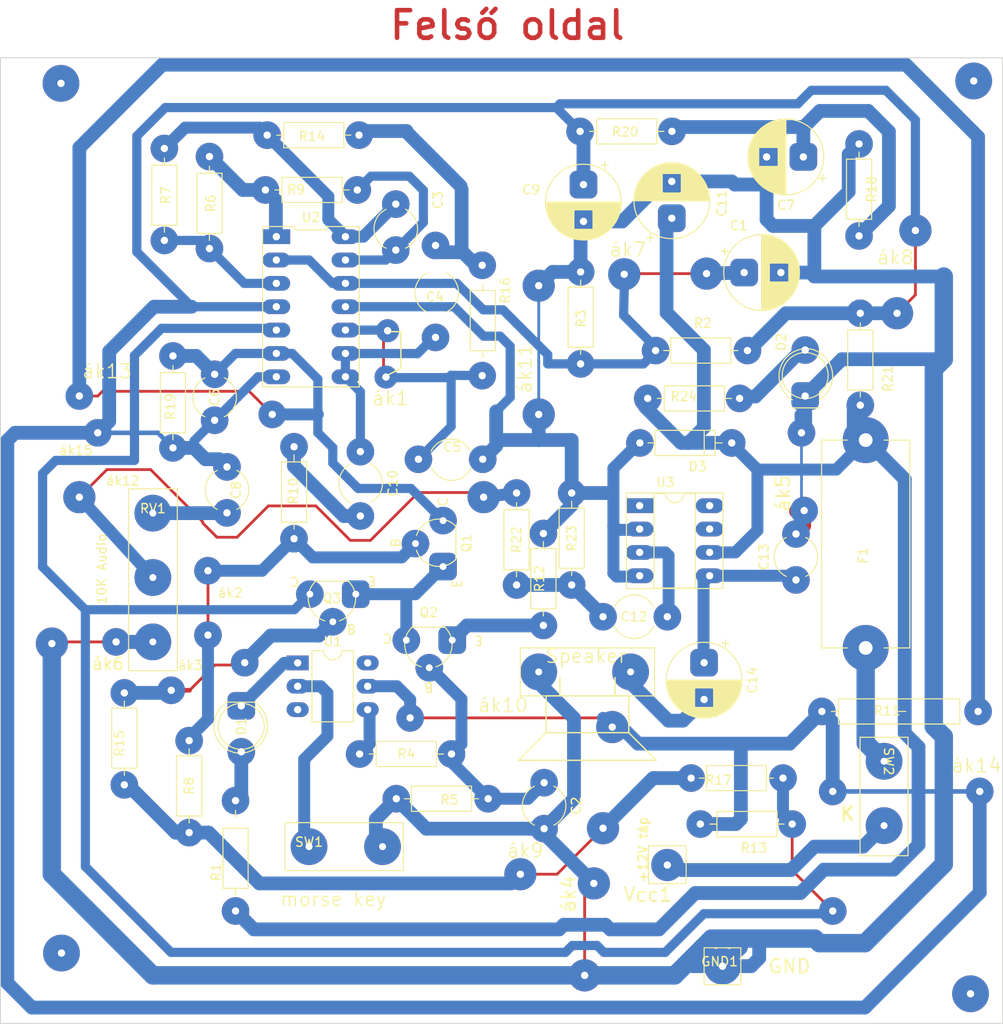
<source format=kicad_pcb>
(kicad_pcb (version 20221018) (generator pcbnew)
  (title_block (title "Sidetone-morse-voice-generator") (date "2024-02-06") (rev "0"))
  (layers (0 "F.Cu" signal) (31 "B.Cu" signal) (34 "B.Paste" user) (35 "F.Paste" user) (36 "B.SilkS" user "B.Silkscreen") (37 "F.SilkS" user "F.Silkscreen") (38 "B.Mask" user) (39 "F.Mask" user) (44 "Edge.Cuts" user))
  (net 0 "")
  (net 1 "Net-(C3-Pad1)")
  (net 2 "Net-(U2D--)")
  (net 3 "Net-(U2C--)")
  (net 4 "Net-(C4-Pad2)")
  (net 5 "Net-(U2C-+)")
  (net 6 "Net-(C7-Pad1)")
  (net 7 "Net-(C10-Pad2)")
  (net 8 "Net-(C12-Pad1)")
  (net 9 "Net-(U3-+)")
  (net 10 "Net-(C13-Pad1)")
  (net 11 "Net-(4-8ohm1-Pad1)")
  (net 12 "Net-(SW2A-A)")
  (net 13 "Net-(Q1-E)")
  (net 14 "Net-(Q2-E)")
  (net 15 "Net-(D1-A)")
  (net 16 "Net-(R4-Pad1)")
  (net 17 "Net-(R6-Pad1)")
  (net 18 "Net-(U2A-+)")
  (net 19 "Net-(D2-A)")
  (net 20 "Net-(D1-K)")
  (net 21 "Net-(SW1A-A)")
  (net 27 "Net-(D3-K)")
  (footprint "000_Other_Device:Kapcsolo_Pad_Group_2Pin_P7mm" (layer "F.Cu") (at 204.359747 118.765435 -90)
    (fp_text reference "SW2")
    (fp_text value "On/off")
  )
  (footprint "000_Capacitor:C_Radial_Ceramic_D4.5mm_P5.00mm" (layer "F.Cu") (at 167.359747 121.095435 -90)
    (fp_text reference "C2")
    (fp_text value "20nF")
  )
  (footprint "000_Capacitor:C_Radial_Ceramic_D4.5mm_P5.00mm" (layer "F.Cu") (at 131.498524 76.683678 -90)
    (fp_text reference "C6")
    (fp_text value "10nF")
  )
  (footprint "000_Resistor:R_Axial_L6.3mm_D2.5mm_P10.0mm_Horizontal" (layer "F.Cu") (at 164.359747 89.595435 -90)
    (fp_text reference "R22")
    (fp_text value "15K")
  )
  (footprint "000_IC:DIP-14_LM324" (layer "F.Cu") (at 141.973908 69.338062 -90)
    (fp_text reference "U2")
    (fp_text value "LM324")
  )
  (footprint "000_Diode:LED_D5.0mm_P5.0_Clear" (layer "F.Cu") (at 195.772149 79.048053 90)
    (fp_text reference "D2")
    (fp_text value "Power (Green)")
  )
  (footprint "000_Capacitor:C_Radial_Ceramic_D4.5mm_P5.00mm" (layer "F.Cu") (at 147.359747 85.095435 -90)
    (fp_text reference "C10")
    (fp_text value "100nF")
  )
  (footprint "000_Capacitor:CP_Radial_Elektrolit_D8.0mm_P4.0mm_H12" (layer "F.Cu") (at 184.772149 108.048053 -90)
    (fp_text reference "C14")
    (fp_text value "100uF/16V")
  )
  (footprint "000_Transistor:TO-92_Kis_Muanyag_Hazas_Transistor" (layer "F.Cu") (at 156.359747 97.595435 90)
    (fp_text reference "Q1")
    (fp_text value "2N3904")
  )
  (footprint "000_Capacitor:CP_Radial_Elektrolit_D8.0mm_P4.0mm_H12" (layer "F.Cu") (at 189.130142 65.620118)
    (fp_text reference "C1")
    (fp_text value "100uF/16V")
  )
  (footprint "000_Resistor:R_Axial_L6.3mm_D2.5mm_P10.0mm_Horizontal" (layer "F.Cu") (at 187.781532 84.147616 180)
    (fp_text reference "D3")
    (fp_text value "1N4001")
  )
  (footprint "000_Other_Device:+Vcc" (layer "F.Cu") (at 180.772149 130.048053)
    (fp_text reference "Vcc1")
    (fp_text value "~")
  )
  (footprint "000_Resistor:Potenciometer_4Pin_P7mm" (layer "F.Cu") (at 124.772149 91.785435)
    (fp_text reference "RV1")
    (fp_text value "10K Audio")
  )
  (footprint "000_Resistor:R_Axial_L6.3mm_D2.5mm_P10.0mm_Horizontal" (layer "F.Cu") (at 130.93319 53.010935 -90)
    (fp_text reference "R6")
    (fp_text value "100K")
  )
  (footprint "000_Resistor:R_Axial_L6.3mm_D2.5mm_P10.0mm_Horizontal" (layer "F.Cu") (at 185.240107 71.70271 180)
    (fp_text reference "R2")
    (fp_text value "10 K")
  )
  (footprint "000_Resistor:R_Axial_L6.3mm_D2.5mm_P10.0mm_Horizontal" (layer "F.Cu") (at 197.59426 113.347682)
    (fp_text reference "R11")
    (fp_text value "22 K")
  )
  (footprint "000_Capacitor:CP_Radial_Elektrolit_D8.0mm_P4.0mm_H12" (layer "F.Cu") (at 181.254814 59.711119 90)
    (fp_text reference "C11")
    (fp_text value "100uF/16V")
  )
  (footprint "000_Resistor:R_Axial_L6.3mm_D2.5mm_P10.0mm_Horizontal" (layer "F.Cu") (at 178.63582 79.306652)
    (fp_text reference "R24")
    (fp_text value "1K")
  )
  (footprint "000_Other_Device:GND" (layer "F.Cu") (at 186.772149 141.048053)
    (fp_text reference "GND1")
    (fp_text value "~")
  )
  (footprint "000_Resistor:R_Axial_L6.3mm_D2.5mm_P10.0mm_Horizontal" (layer "F.Cu") (at 126.960643 74.687887 -90)
    (fp_text reference "R19")
    (fp_text value "10K")
  )
  (footprint "000_Other_Device:Fuseholder_22x10mm_Horizontal" (layer "F.Cu") (at 202.359747 83.841095 -90)
    (fp_text reference "F1")
    (fp_text value "1A")
  )
  (footprint "000_Resistor:R_Axial_L6.3mm_D2.5mm_P10.0mm_Horizontal" (layer "F.Cu") (at 121.669143 121.332412 90)
    (fp_text reference "R15")
    (fp_text value "330")
  )
  (footprint "000_Resistor:R_Axial_L6.3mm_D2.5mm_P10.0mm_Horizontal" (layer "F.Cu") (at 157.020319 120.439958 180)
    (fp_text reference "R5")
    (fp_text value "220 K")
  )
  (footprint "000_Resistor:R_Axial_L6.3mm_D2.5mm_P10.0mm_Horizontal" (layer "F.Cu") (at 171.274885 50.267941)
    (fp_text reference "R20")
    (fp_text value "10K")
  )
  (footprint "000_Resistor:R_Axial_L6.3mm_D2.5mm_P10.0mm_Horizontal" (layer "F.Cu") (at 128.723789 126.522872 90)
    (fp_text reference "R8")
    (fp_text value "330")
  )
  (footprint "000_Transistor:TO-92_Kis_Muanyag_Hazas_Transistor" (layer "F.Cu") (at 146.859747 100.595435 180)
    (fp_text reference "Q3")
    (fp_text value "2N3904")
  )
  (footprint "000_Capacitor:CP_Radial_Elektrolit_D8.0mm_P4.0mm_H12" (layer "F.Cu") (at 171.642393 56.058556 -90)
    (fp_text reference "C9")
    (fp_text value "100uF/16V")
  )
  (footprint "000_Diode:LED_D5.0mm_P5.0_Clear" (layer "F.Cu") (at 134.398161 112.738146 -90)
    (fp_text reference "D1")
    (fp_text value "Red")
  )
  (footprint "000_Resistor:R_Axial_L6.3mm_D2.5mm_P10.0mm_Horizontal" (layer "F.Cu") (at 201.772149 70.048053 -90)
    (fp_text reference "R21")
    (fp_text value "10")
  )
  (footprint "000_Resistor:R_Axial_L6.3mm_D2.5mm_P10.0mm_Horizontal" (layer "F.Cu") (at 170.359747 99.595435 90)
    (fp_text reference "R23")
    (fp_text value "1K")
  )
  (footprint "000_Resistor:R_Axial_L6.3mm_D2.5mm_P10.0mm_Horizontal" (layer "F.Cu") (at 160.619955 64.832539 -90)
    (fp_text reference "R16")
    (fp_text value "33K")
  )
  (footprint "000_Resistor:R_Axial_L6.3mm_D2.5mm_P10.0mm_Horizontal" (layer "F.Cu") (at 133.772149 123.048053 -90)
    (fp_text reference "R1")
    (fp_text value "750")
  )
  (footprint "000_Resistor:R_Axial_L6.3mm_D2.5mm_P10.0mm_Horizontal" (layer "F.Cu") (at 147.279798 117.974852)
    (fp_text reference "R4")
    (fp_text value "220 K")
  )
  (footprint "000_Resistor:R_Axial_L6.3mm_D2.5mm_P10.0mm_Horizontal" (layer "F.Cu") (at 137.213908 50.678062)
    (fp_text reference "R14")
    (fp_text value "33K")
  )
  (footprint "000_Resistor:R_Axial_L6.3mm_D2.5mm_P10.0mm_Horizontal" (layer "F.Cu") (at 167.280764 103.996327 90)
    (fp_text reference "R12")
    (fp_text value "22 K")
  )
  (footprint "000_Resistor:R_Axial_L6.3mm_D2.5mm_P10.0mm_Horizontal" (layer "F.Cu") (at 184.359747 125.595435)
    (fp_text reference "R13")
    (fp_text value "22 K")
  )
  (footprint "000_Resistor:R_Axial_L6.3mm_D2.5mm_P10.0mm_Horizontal" (layer "F.Cu") (at 126.027252 52.126258 -90)
    (fp_text reference "R7")
    (fp_text value "47K")
  )
  (footprint "000_Resistor:R_Axial_L6.3mm_D2.5mm_P10.0mm_Horizontal" (layer "F.Cu") (at 201.63778 61.637618 90)
    (fp_text reference "R18")
    (fp_text value "10K")
  )
  (footprint "000_IC:DIP-8_W7.62mm_Socket_LongPads" (layer "F.Cu") (at 177.756437 90.9742)
    (fp_text reference "U3")
    (fp_text value "LM386")
  )
  (footprint "000_Resistor:R_Axial_L6.3mm_D2.5mm_P10.0mm_Horizontal" (layer "F.Cu") (at 171.331245 75.552582 90)
    (fp_text reference "R3")
    (fp_text value "10 K")
  )
  (footprint "000_Resistor:R_Axial_L6.3mm_D2.5mm_P10.0mm_Horizontal" (layer "F.Cu") (at 140.138502 94.562463 90)
    (fp_text reference "R10")
    (fp_text value "10K")
  )
  (footprint "000_Capacitor:CP_Radial_Elektrolit_D8.0mm_P4.0mm_H12" (layer "F.Cu") (at 195.5748 53.048053 180)
    (fp_text reference "C7")
    (fp_text value "100uF/16V")
  )
  (footprint "000_Capacitor:C_Radial_Ceramic_D4.5mm_P5.00mm" (layer "F.Cu") (at 132.842104 86.754495 -90)
    (fp_text reference "C8")
    (fp_text value "100nF")
  )
  (footprint "000_Capacitor:C_Radial_Ceramic_D4.5mm_P5.00mm" (layer "F.Cu") (at 194.772149 99.048053 90)
    (fp_text reference "C13")
    (fp_text value "200nF")
  )
  (footprint "000_Capacitor:C_Radial_Ceramic_D4.5mm_P5.00mm" (layer "F.Cu") (at 151.213908 58.178062 -90)
    (fp_text reference "C3")
    (fp_text value "10 nF" hide)
  )
  (footprint "000_Resistor:R_Axial_L6.3mm_D2.5mm_P10.0mm_Horizontal" (layer "F.Cu") (at 137.023908 56.638062)
    (fp_text reference "R9")
    (fp_text value "100K" hide)
  )
  (footprint "000_Capacitor:C_Radial_Ceramic_D4.5mm_P5.00mm" (layer "F.Cu") (at 155.538368 72.67463 90)
    (fp_text reference "C4")
    (fp_text value "20nF")
  )
  (footprint "000_Other_Device:Morse_Key_Pad_Group_2Pin_P7mm" (layer "F.Cu") (at 141.772149 128.048053)
    (fp_text reference "SW1")
    (fp_text value "morse key")
  )
  (footprint "000_Transistor:TO-92_Kis_Muanyag_Hazas_Transistor" (layer "F.Cu") (at 157.359747 105.595435 180)
    (fp_text reference "Q2")
    (fp_text value "2N3904")
  )
  (footprint "000_IC:DIP-6_W7.62mm_LongPads" (layer "F.Cu") (at 140.534747 108.070435)
    (fp_text reference "U1")
    (fp_text value "4N35")
  )
  (footprint "000_Other_Device:Hangszoro" (layer "F.Cu") (at 176.772149 109.048053 180)
    (fp_text reference "4-8ohm1" hide)
    (fp_text value "Speaker")
  )
  (footprint "000_Resistor:R_Axial_L6.3mm_D2.5mm_P10.0mm_Horizontal" (layer "F.Cu") (at 193.359747 120.595435 180)
    (fp_text reference "R17")
    (fp_text value "10K")
  )
  (footprint "000_Capacitor:C_Radial_Ceramic_D4.5mm_P5.00mm" (layer "F.Cu") (at 173.772149 103.048053)
    (fp_text reference "C12")
    (fp_text value "100nF")
  )
  (footprint "000_Capacitor:C_Radial_Ceramic_D4.5mm_P5.00mm" (layer "F.Cu") (at 153.678763 85.9228)
    (fp_text reference "C5")
    (fp_text value "10nF")
  )
  (gr_line (start 150.772149 72.048053) (end 151.772149 72.048053) (stroke (width 0.15)) (layer "F.SilkS"))
  (gr_line (start 167.577149 115.658053) (end 164.577149 118.658053) (stroke (width 0.15)) (layer "F.SilkS"))
  (gr_line (start 164.577149 118.658053) (end 179.577149 118.658053) (stroke (width 0.15)) (layer "F.SilkS"))
  (gr_line (start 151.772149 72.048053) (end 151.772149 76.048053) (stroke (width 0.15)) (layer "F.SilkS"))
  (gr_rect (start 167.577149 111.658053) (end 176.577149 115.658053) (stroke (width 0.15)) (fill none) (layer "F.SilkS"))
  (gr_line (start 175.077149 109.658053) (end 175.077149 111.658053) (stroke (width 0.15)) (layer "F.SilkS"))
  (gr_line (start 169.077149 111.658053) (end 169.077149 109.658053) (stroke (width 0.15)) (layer "F.SilkS"))
  (gr_line (start 179.561096 118.648227) (end 176.561096 115.648227) (stroke (width 0.15)) (layer "F.SilkS"))
  (gr_line (start 151.772149 76.048053) (end 149.772149 77.048053) (stroke (width 0.15)) (layer "F.SilkS"))
  (gr_rect (start 108.185832 42.266054) (end 217.272149 147.266054) (stroke (width 0.1)) (fill none) (layer "Edge.Cuts"))
  (gr_text "Felső oldal" (at 150.306426 40.481982) (layer "F.Cu") (effects (font (size 3 3) (thickness 0.5) bold) (justify left bottom)))
  (gr_text "ák14" (at 211.613744 120.098893) (layer "F.SilkS") (effects (font (size 1.5 1.5)) (justify left bottom)))
  (gr_text "GND" (at 191.648968 141.939497) (layer "F.SilkS") (effects (font (size 1.5 1.5) (thickness 0.2) bold) (justify left bottom)))
  (gr_text "ák5" (at 194.243226 91.765015 90) (layer "F.SilkS") (effects (font (size 1.5 1.5) (thickness 0.2)) (justify left bottom)))
  (gr_text "+12V táp" (at 178.718526 132.076495 90) (layer "F.SilkS") (effects (font (size 1 1) (thickness 0.2) bold) (justify left bottom)))
  (gr_text "ák11" (at 166.122921 78.879508 90) (layer "F.SilkS") (effects (font (size 1.5 1.5)) (justify left bottom)))
  (gr_text "K" (at 199.440143 125.367001) (layer "F.SilkS") (effects (font (size 1.5 1.5) (thickness 0.3) bold) (justify left bottom)))
  (gr_text "ák10" (at 160.071716 113.549353) (layer "F.SilkS") (effects (font (size 1.5 1.5)) (justify left bottom)))
  (gr_text "ák2" (at 131.772149 101.048053) (layer "F.SilkS") (effects (font (size 1 1)) (justify left bottom)))
  (gr_text "ák12" (at 119.604349 88.855638) (layer "F.SilkS") (effects (font (size 1 1)) (justify left bottom)))
  (gr_text "ák4" (at 170.892694 135.333691 90) (layer "F.SilkS") (effects (font (size 1.5 1.5) (thickness 0.2)) (justify left bottom)))
  (gr_text "ák6" (at 118.022335 108.927445) (layer "F.SilkS") (effects (font (size 1.3 1.3) (thickness 0.2)) (justify left bottom)))
  (gr_text "ák7" (at 174.381036 64.000663) (layer "F.SilkS") (effects (font (size 1.5 1.5)) (justify left bottom)))
  (gr_text "ák15" (at 114.504041 85.536394) (layer "F.SilkS") (effects (font (size 1 1)) (justify left bottom)))
  (gr_text "ák3" (at 127.432149 108.915435) (layer "F.SilkS") (effects (font (size 1 1)) (justify left bottom)))
  (gr_text "ák8" (at 203.49801 64.854951) (layer "F.SilkS") (effects (font (size 1.5 1.5)) (justify left bottom)))
  (gr_text "ák13" (at 116.984138 77.23772) (layer "F.SilkS") (effects (font (size 1.5 1.5)) (justify left bottom)))
  (gr_text "ák9" (at 163.204104 129.353677) (layer "F.SilkS") (effects (font (size 1.5 1.5)) (justify left bottom)))
  (gr_text "ák1" (at 148.538831 80.16094) (layer "F.SilkS") (effects (font (size 1.5 1.5)) (justify left bottom)))
  (via (at 214.114778 44.786607) (size 4) (drill 0.8) (layers "F.Cu" "B.Cu") (net 0))
  (via (at 114.826037 139.619126) (size 4) (drill 0.8) (layers "F.Cu" "B.Cu") (net 0))
  (via (at 213.772149 144.048053) (size 4) (drill 0.8) (layers "F.Cu" "B.Cu") (net 0))
  (via (at 114.772149 45.048053) (size 4) (drill 0.8) (layers "F.Cu" "B.Cu") (net 0))
  (segment (start 137.213908 50.678062) (end 136.396781 49.860935) (width 1.3) (layer "B.Cu") (net 1))
  (segment (start 143.873908 57.338062) (end 137.213908 50.678062) (width 1.3) (layer "B.Cu") (net 1))
  (segment (start 145.733908 61.718062) (end 143.873908 59.858062) (width 1.3) (layer "B.Cu") (net 1))
  (segment (start 147.673908 61.718062) (end 145.733908 61.718062) (width 1.3) (layer "B.Cu") (net 1))
  (segment (start 143.873908 59.858062) (end 143.873908 57.338062) (width 1.3) (layer "B.Cu") (net 1))
  (segment (start 136.396781 49.860935) (end 128.292575 49.860935) (width 1.3) (layer "B.Cu") (net 1))
  (segment (start 128.292575 49.860935) (end 126.027252 52.126258) (width 1.3) (layer "B.Cu") (net 1))
  (segment (start 151.213908 58.178062) (end 147.673908 61.718062) (width 1.3) (layer "B.Cu") (net 1))
  (segment (start 152.673908 55.138062) (end 154.213908 56.678062) (width 1) (layer "B.Cu") (net 2))
  (segment (start 148.523908 55.138062) (end 152.673908 55.138062) (width 1) (layer "B.Cu") (net 2))
  (segment (start 154.213908 56.678062) (end 154.213908 60.178062) (width 1) (layer "B.Cu") (net 2))
  (segment (start 154.213908 60.178062) (end 151.213908 63.178062) (width 1) (layer "B.Cu") (net 2))
  (segment (start 150.133908 64.258062) (end 151.213908 63.178062) (width 1) (layer "B.Cu") (net 2))
  (segment (start 145.733908 64.258062) (end 150.133908 64.258062) (width 1) (layer "B.Cu") (net 2))
  (segment (start 147.023908 56.638062) (end 148.523908 55.138062) (width 1) (layer "B.Cu") (net 2))
  (segment (start 147.359747 78.583901) (end 147.359747 85.095435) (width 1) (layer "B.Cu") (net 3))
  (segment (start 153.565235 74.428062) (end 145.733908 74.428062) (width 1) (layer "B.Cu") (net 3))
  (segment (start 155.514858 72.501596) (end 153.557091 74.459363) (width 1) (layer "B.Cu") (net 3))
  (segment (start 145.733908 74.418062) (end 145.733908 76.958062) (width 1) (layer "B.Cu") (net 3))
  (segment (start 145.733908 76.958062) (end 147.359747 78.583901) (width 1) (layer "B.Cu") (net 3))
  (segment (start 158.258632 56.209854) (end 152.281252 50.232474) (width 1.5) (layer "B.Cu") (net 4))
  (segment (start 155.538368 63.413458) (end 158.24327 63.413458) (width 1.5) (layer "B.Cu") (net 4))
  (segment (start 158.38007 63.276658) (end 158.38007 56.575571) (width 1.5) (layer "B.Cu") (net 4))
  (segment (start 158.24327 63.413458) (end 158.38007 63.276658) (width 1.5) (layer "B.Cu") (net 4))
  (segment (start 159.81893 64.717726) (end 158.31893 63.217726) (width 1.5) (layer "B.Cu") (net 4))
  (segment (start 152.402162 50.232209) (end 148.202672 50.232209) (width 1.5) (layer "B.Cu") (net 4))
  (segment (start 149.880547 72.011884) (end 149.880547 76.694534) (width 0.3) (layer "F.Cu") (net 5))
  (via (at 150.148122 76.984364) (size 2.5) (drill 0.8) (layers "F.Cu" "B.Cu") (net 5))
  (via (at 150.326505 71.945034) (size 2.5) (drill 0.8) (layers "F.Cu" "B.Cu") (net 5))
  (segment (start 145.733908 71.878062) (end 149.187845 71.878062) (width 1) (layer "B.Cu") (net 5))
  (segment (start 160.619955 76.832539) (end 157.236366 76.791438) (width 1) (layer "B.Cu") (net 5))
  (segment (start 149.446984 76.722888) (end 149.772149 77.048053) (width 1) (layer "B.Cu") (net 5))
  (segment (start 157.236366 76.791438) (end 157.245146 76.832539) (width 1) (layer "B.Cu") (net 5))
  (segment (start 149.772149 77.048053) (end 157.029632 77.048053) (width 1) (layer "B.Cu") (net 5))
  (segment (start 157.236366 76.791438) (end 157.236366 82.365197) (width 1) (layer "B.Cu") (net 5))
  (segment (start 157.236366 82.365197) (end 153.678763 85.9228) (width 1) (layer "B.Cu") (net 5))
  (segment (start 157.029632 77.048053) (end 157.245146 76.832539) (width 1) (layer "B.Cu") (net 5))
  (segment (start 181.744773 49.798053) (end 181.274885 50.267941) (width 1.5) (layer "F.Cu") (net 6))
  (segment (start 195.5748 53.048053) (end 195.5748 49.850704) (width 1.5) (layer "B.Cu") (net 6))
  (segment (start 201.63778 61.637618) (end 204.88778 58.387618) (width 1.5) (layer "B.Cu") (net 6))
  (segment (start 202.64441 48.048053) (end 197.377451 48.048053) (width 1.5) (layer "B.Cu") (net 6))
  (segment (start 204.88778 58.387618) (end 204.88778 50.291423) (width 1.5) (layer "B.Cu") (net 6))
  (segment (start 195.5748 49.850704) (end 195.522149 49.798053) (width 1.5) (layer "B.Cu") (net 6))
  (segment (start 195.522149 49.798053) (end 181.744773 49.798053) (width 1.5) (layer "B.Cu") (net 6))
  (segment (start 197.377451 48.048053) (end 195.5748 49.850704) (width 1.5) (layer "B.Cu") (net 6))
  (segment (start 204.88778 50.291423) (end 202.64441 48.048053) (width 1.5) (layer "B.Cu") (net 6))
  (segment (start 145.550154 92.095435) (end 147.359747 92.095435) (width 1.5) (layer "B.Cu") (net 7))
  (segment (start 140.138502 84.562463) (end 140.138502 86.683783) (width 1.5) (layer "B.Cu") (net 7))
  (segment (start 140.138502 86.683783) (end 145.550154 92.095435) (width 1.5) (layer "B.Cu") (net 7))
  (segment (start 173.772149 103.007837) (end 173.772149 103.048053) (width 1.5) (layer "F.Cu") (net 8))
  (segment (start 170.359747 99.595435) (end 173.772149 103.007837) (width 1.5) (layer "B.Cu") (net 8))
  (segment (start 170.359747 99.595435) (end 164.359747 99.595435) (width 1.5) (layer "B.Cu") (net 8))
  (segment (start 180.906437 102.913765) (end 180.772149 103.048053) (width 1.3) (layer "F.Cu") (net 9))
  (segment (start 180.556437 96.0542) (end 180.906437 96.4042) (width 1.3) (layer "B.Cu") (net 9))
  (segment (start 180.906437 96.4042) (end 180.906437 102.913765) (width 1.3) (layer "B.Cu") (net 9))
  (segment (start 177.756437 96.0542) (end 180.556437 96.0542) (width 1.3) (layer "B.Cu") (net 9))
  (segment (start 194.318296 98.5942) (end 194.772149 99.048053) (width 1.3) (layer "F.Cu") (net 10))
  (segment (start 184.709747 107.985651) (end 184.772149 108.048053) (width 1.3) (layer "F.Cu") (net 10))
  (segment (start 184.709747 99.26089) (end 184.709747 107.985651) (width 1.3) (layer "B.Cu") (net 10))
  (segment (start 185.376437 98.5942) (end 184.709747 99.26089) (width 1.3) (layer "B.Cu") (net 10))
  (segment (start 185.376437 98.5942) (end 194.318296 98.5942) (width 1.3) (layer "B.Cu") (net 10))
  (segment (start 176.772149 109.048053) (end 176.772149 110.239921) (width 1.5) (layer "F.Cu") (net 11))
  (segment (start 180.882932 114.350704) (end 182.469498 114.350704) (width 1.5) (layer "B.Cu") (net 11))
  (segment (start 176.772149 110.239921) (end 180.882932 114.350704) (width 1.5) (layer "B.Cu") (net 11))
  (segment (start 182.469498 114.350704) (end 184.772149 112.048053) (width 1.5) (layer "B.Cu") (net 11))
  (segment (start 202.359747 116.766886) (end 204.359747 118.766886) (width 2) (layer "B.Cu") (net 12))
  (segment (start 202.359747 106.441095) (end 202.359747 116.766886) (width 2) (layer "B.Cu") (net 12))
  (segment (start 152.359747 100.60611) (end 152.349072 100.595435) (width 1.3) (layer "B.Cu") (net 13))
  (segment (start 152.359747 105.595435) (end 152.359747 100.60611) (width 1.3) (layer "B.Cu") (net 13))
  (segment (start 153.359747 100.595435) (end 152.349072 100.595435) (width 1.3) (layer "B.Cu") (net 13))
  (segment (start 152.349072 100.595435) (end 146.859747 100.595435) (width 1.3) (layer "B.Cu") (net 13))
  (segment (start 156.359747 97.595435) (end 153.359747 100.595435) (width 1.3) (layer "B.Cu") (net 13))
  (segment (start 158.958855 103.996327) (end 157.359747 105.595435) (width 1.5) (layer "B.Cu") (net 14))
  (segment (start 167.280764 103.996327) (end 158.958855 103.996327) (width 1.5) (layer "B.Cu") (net 14))
  (segment (start 134.398161 122.422041) (end 133.772149 123.048053) (width 1.5) (layer "B.Cu") (net 15))
  (segment (start 134.398161 117.738146) (end 134.398161 122.422041) (width 1.5) (layer "B.Cu") (net 15))
  (segment (start 148.359747 113.355435) (end 148.154747 113.150435) (width 1.3) (layer "F.Cu") (net 16))
  (segment (start 148.359747 116.894903) (end 148.359747 113.355435) (width 1.3) (layer "B.Cu") (net 16))
  (segment (start 147.279798 117.974852) (end 148.359747 116.894903) (width 1.3) (layer "B.Cu") (net 16))
  (segment (start 138.203908 61.708062) (end 138.213908 61.708062) (width 1.5) (layer "F.Cu") (net 17))
  (segment (start 138.163424 61.667578) (end 138.203908 61.708062) (width 1.5) (layer "F.Cu") (net 17))
  (segment (start 137.023908 56.638062) (end 134.560317 56.638062) (width 1.5) (layer "B.Cu") (net 17))
  (segment (start 137.023908 56.638062) (end 138.163424 57.777578) (width 1.5) (layer "B.Cu") (net 17))
  (segment (start 138.163424 57.777578) (end 138.163424 61.667578) (width 1.5) (layer "B.Cu") (net 17))
  (segment (start 134.560317 56.638062) (end 130.93319 53.010935) (width 1.5) (layer "B.Cu") (net 17))
  (segment (start 130.048513 62.126258) (end 130.93319 63.010935) (width 1) (layer "F.Cu") (net 18))
  (segment (start 138.213908 66.798062) (end 134.720317 66.798062) (width 1) (layer "B.Cu") (net 18))
  (segment (start 134.720317 66.798062) (end 130.93319 63.010935) (width 1) (layer "B.Cu") (net 18))
  (segment (start 126.027252 62.126258) (end 130.048513 62.126258) (width 1) (layer "B.Cu") (net 18))
  (segment (start 195.396593 74.048053) (end 195.772149 74.048053) (width 1.5) (layer "F.Cu") (net 19))
  (segment (start 188.339436 79.105204) (end 190.339442 79.105204) (width 1.5) (layer "B.Cu") (net 19))
  (segment (start 190.339442 79.105204) (end 195.396593 74.048053) (width 1.5) (layer "B.Cu") (net 19))
  (segment (start 139.065872 108.070435) (end 134.398161 112.738146) (width 1.3) (layer "B.Cu") (net 20))
  (segment (start 140.534747 108.070435) (end 139.065872 108.070435) (width 1.3) (layer "B.Cu") (net 20))
  (segment (start 141.243306 127.51921) (end 141.772149 128.048053) (width 1.3) (layer "F.Cu") (net 21))
  (segment (start 143.772149 111.347837) (end 143.772149 116.023971) (width 1.3) (layer "B.Cu") (net 21))
  (segment (start 141.243306 118.552814) (end 141.243306 127.51921) (width 1.3) (layer "B.Cu") (net 21))
  (segment (start 143.772149 116.023971) (end 141.243306 118.552814) (width 1.3) (layer "B.Cu") (net 21))
  (segment (start 140.534747 110.610435) (end 143.034747 110.610435) (width 1.3) (layer "B.Cu") (net 21))
  (segment (start 143.034747 110.610435) (end 143.772149 111.347837) (width 1.3) (layer "B.Cu") (net 21))
  (segment (start 134.657211 108.048053) (end 134.460664 108.2446) (width 1.5) (layer "F.Cu") (net 27))
  (segment (start 154.859747 108.595435) (end 154.954501 108.595435) (width 1.3) (layer "F.Cu") (net 27))
  (segment (start 171.772149 133.048053) (end 171.772149 142.048053) (width 0.3) (layer "F.Cu") (net 27))
  (segment (start 178.41025 79.176018) (end 178.339436 79.105204) (width 1.5) (layer "F.Cu") (net 27))
  (segment (start 180.772149 130.048053) (end 181.772149 130.048053) (width 1.5) (layer "F.Cu") (net 27))
  (segment (start 126.772149 111.048053) (end 126.556501 111.332412) (width 1.5) (layer "F.Cu") (net 27))
  (segment (start 194.267791 125.687391) (end 194.359747 125.595435) (width 0.3) (layer "F.Cu") (net 27))
  (segment (start 160.772149 90.048053) (end 161.224767 89.595435) (width 1.3) (layer "F.Cu") (net 27))
  (segment (start 198.772149 135.048053) (end 198.474767 135.345435) (width 1) (layer "F.Cu") (net 27))
  (segment (start 185.038055 65.739065) (end 185.12267 65.620118) (width 1.5) (layer "F.Cu") (net 27))
  (segment (start 181.254814 59.711119) (end 180.689158 60.276775) (width 1.5) (layer "F.Cu") (net 27))
  (segment (start 195.664484 93.155718) (end 195.664484 91.502527) (width 1.5) (layer "F.Cu") (net 27))
  (segment (start 194.359747 125.595435) (end 194.359747 130.635651) (width 0.3) (layer "F.Cu") (net 27))
  (segment (start 149.772149 128.048053) (end 149.050652 127.326556) (width 1.5) (layer "F.Cu") (net 27))
  (segment (start 135.257774 78.533678) (end 137.772149 81.048053) (width 0.3) (layer "F.Cu") (net 27))
  (segment (start 118.772149 79.048053) (end 119.286524 78.533678) (width 0.3) (layer "F.Cu") (net 27))
  (segment (start 198.772149 122.048053) (end 198.772149 121.428194) (width 1.5) (layer "F.Cu") (net 27))
  (segment (start 195.372025 83.048053) (end 195.772149 82.647929) (width 1.5) (layer "F.Cu") (net 27))
  (segment (start 131.744438 94.404495) (end 133.93977 94.404495) (width 0.3) (layer "F.Cu") (net 27))
  (segment (start 134.460664 108.2446) (end 134.460664 108.316729) (width 1.5) (layer "F.Cu") (net 27))
  (segment (start 130.772149 98.048053) (end 130.772149 105.048053) (width 0.3) (layer "F.Cu") (net 27))
  (segment (start 121.669143 121.332412) (end 122.056508 121.332412) (width 1.5) (layer "F.Cu") (net 27))
  (segment (start 133.93977 94.404495) (end 137.346496 90.997769) (width 0.3) (layer "F.Cu") (net 27))
  (segment (start 128.723789 116.231393) (end 128.723789 116.522872) (width 1.3) (layer "F.Cu") (net 27))
  (segment (start 194.772149 94.048053) (end 195.664484 93.155718) (width 1.5) (layer "F.Cu") (net 27))
  (segment (start 116.772149 90.048053) (end 116.903458 90.916744) (width 1.3) (layer "F.Cu") (net 27))
  (segment (start 168.772149 131.048053) (end 173.772149 126.048053) (width 0.3) (layer "F.Cu") (net 27))
  (segment (start 207.772149 68.048053) (end 205.772149 70.048053) (width 0.3) (layer "F.Cu") (net 27))
  (segment (start 166.772149 109.048053) (end 166.772149 110.239921) (width 1.5) (layer "F.Cu") (net 27))
  (segment (start 132.811164 91.785435) (end 132.842104 91.754495) (width 1.5) (layer "F.Cu") (net 27))
  (segment (start 131.522149 108.298053) (end 128.772149 111.048053) (width 0.3) (layer "F.Cu") (net 27))
  (segment (start 175.772149 115.048053) (end 174.772149 115.048053) (width 1.5) (layer "F.Cu") (net 27))
  (segment (start 128.772149 111.048053) (end 126.772149 111.048053) (width 0.5) (layer "F.Cu") (net 27))
  (segment (start 130.192104 92.852161) (end 131.744438 94.404495) (width 0.3) (layer "F.Cu") (net 27))
  (segment (start 118.084767 88.735435) (end 119.772149 87.048053) (width 0.3) (layer "F.Cu") (net 27))
  (segment (start 119.286524 78.533678) (end 135.257774 78.533678) (width 0.3) (layer "F.Cu") (net 27))
  (segment (start 152.772149 114.048053) (end 173.772149 114.048053) (width 0.3) (layer "F.Cu") (net 27))
  (segment (start 113.78113 105.968151) (end 113.772149 105.977132) (width 2) (layer "F.Cu") (net 27))
  (segment (start 137.346496 90.997769) (end 142.514415 90.997769) (width 0.3) (layer "F.Cu") (net 27))
  (segment (start 134.772149 107.933115) (end 134.772149 108.048053) (width 1.5) (layer "F.Cu") (net 27))
  (segment (start 185.038055 65.739065) (end 176.14609 65.739065) (width 0.3) (layer "F.Cu") (net 27))
  (segment (start 166.772149 81.048053) (end 166.772149 82.048053) (width 1.5) (layer "F.Cu") (net 27))
  (segment (start 195.509636 91.595434) (end 194.772149 91.595434) (width 1.5) (layer "F.Cu") (net 27))
  (segment (start 137.772149 81.048053) (end 137.687242 81.048053) (width 1.3) (layer "F.Cu") (net 27))
  (segment (start 195.664484 91.502527) (end 195.509636 91.595434) (width 1.5) (layer "F.Cu") (net 27))
  (segment (start 138.213908 71.878062) (end 138.023733 71.687887) (width 1) (layer "F.Cu") (net 27))
  (segment (start 171.642393 50.635449) (end 171.274885 50.267941) (width 1.5) (layer "F.Cu") (net 27))
  (segment (start 134.522149 108.298053) (end 131.522149 108.298053) (width 0.3) (layer "F.Cu") (net 27))
  (segment (start 157.279798 117.974852) (end 157.279798 118.849437) (width 1.3) (layer "F.Cu") (net 27))
  (segment (start 146.262081 94.745435) (end 148.457413 94.745435) (width 0.3) (layer "F.Cu") (net 27))
  (segment (start 178.339436 79.105204) (end 178.339436 80.212561) (width 1.5) (layer "F.Cu") (net 27))
  (segment (start 134.772149 108.048053) (end 134.657211 108.048053) (width 1.5) (layer "F.Cu") (net 27))
  (segment (start 207.772149 61.048053) (end 207.772149 62.048053) (width 1) (layer "F.Cu") (net 27))
  (segment (start 142.514415 90.997769) (end 146.262081 94.745435) (width 0.3) (layer "F.Cu") (net 27))
  (segment (start 124.529417 87.048053) (end 130.192104 92.71074) (width 0.3) (layer "F.Cu") (net 27))
  (segment (start 148.457413 94.745435) (end 153.657413 89.545435) (width 0.3) (layer "F.Cu") (net 27))
  (segment (start 194.359747 130.635651) (end 198.772149 135.048053) (width 0.3) (layer "F.Cu") (net 27))
  (segment (start 176.111758 66.082384) (end 176.008762 66.048053) (width 1) (layer "F.Cu") (net 27))
  (segment (start 113.772149 105.95917) (end 113.78113 105.968151) (width 2) (layer "F.Cu") (net 27))
  (segment (start 164.772149 131.048053) (end 168.772149 131.048053) (width 0.3) (layer "F.Cu") (net 27))
  (segment (start 119.772149 87.048053) (end 124.529417 87.048053) (width 0.3) (layer "F.Cu") (net 27))
  (segment (start 153.657413 89.545435) (end 160.269531 89.545435) (width 0.3) (layer "F.Cu") (net 27))
  (segment (start 116.772149 79.048053) (end 118.772149 79.048053) (width 0.3) (layer "F.Cu") (net 27))
  (segment (start 167.359747 126.635651) (end 167.359747 126.095435) (width 1.5) (layer "F.Cu") (net 27))
  (segment (start 171.331245 60.369704) (end 171.642393 60.058556) (width 1.5) (layer "F.Cu") (net 27))
  (segment (start 120.772149 105.785435) (end 113.963846 105.785435) (width 0.3) (layer "F.Cu") (net 27))
  (segment (start 207.772149 61.048053) (end 207.772149 68.048053) (width 0.3) (layer "F.Cu") (net 27))
  (segment (start 126.363848 111.332412) (end 126.772149 111.048053) (width 1.5) (layer "F.Cu") (net 27))
  (via (at 130.772149 98.048053) (size 3) (drill 0.8) (layers "F.Cu" "B.Cu") (net 27))
  (via (at 126.772149 111.048053) (size 3) (drill 0.8) (layers "F.Cu" "B.Cu") (net 27))
  (via (at 171.772149 142.048053) (size 3.5) (drill 0.8) (layers "F.Cu" "B.Cu") (net 27))
  (via (at 166.772149 67.048053) (size 3.5) (drill 0.8) (layers "F.Cu" "B.Cu") (net 27))
  (via (at 137.772149 81.048053) (size 3) (drill 0.8) (layers "F.Cu" "B.Cu") (net 27))
  (via (at 113.78113 105.968151) (size 3.5) (drill 0.8) (layers "F.Cu" "B.Cu") (net 27))
  (via (at 164.772149 131.048053) (size 3.5) (drill 0.8) (layers "F.Cu" "B.Cu") (net 27))
  (via (at 130.772149 105.048053) (size 3) (drill 0.8) (layers "F.Cu" "B.Cu") (net 27))
  (via (at 176.077426 65.807729) (size 3.5) (drill 0.8) (layers "F.Cu" "B.Cu") (net 27))
  (via (at 174.772149 115.048053) (size 3.5) (drill 0.8) (layers "F.Cu" "B.Cu") (net 27))
  (via (at 214.772149 122.048053) (size 3) (drill 0.8) (layers "F.Cu" "B.Cu") (net 27))
  (via (at 195.664484 91.502527) (size 3) (drill 0.8) (layers "F.Cu" "B.Cu") (net 27))
  (via (at 166.772149 81.048053) (size 3.5) (drill 0.8) (layers "F.Cu" "B.Cu") (net 27))
  (via (at 116.772149 79.048053) (size 3) (drill 0.8) (layers "F.Cu" "B.Cu") (net 27))
  (via (at 195.372025 83.048053) (size 3) (drill 0.8) (layers "F.Cu" "B.Cu") (net 27))
  (via (at 152.772149 114.048053) (size 3) (drill 0.8) (layers "F.Cu" "B.Cu") (net 27))
  (via (at 185.038055 65.739065) (size 3.5) (drill 0.8) (layers "F.Cu" "B.Cu") (net 27))
  (via (at 160.772149 90.048053) (size 3.5) (drill 0.8) (layers "F.Cu" "B.Cu") (net 27))
  (via (at 118.772149 83.048053) (size 3) (drill 0.8) (layers "F.Cu" "B.Cu") (net 27))
  (via (at 198.772149 122.048053) (size 3) (drill 0.8) (layers "F.Cu" "B.Cu") (net 27))
  (via (at 120.772149 105.785435) (size 3) (drill 0.8) (layers "F.Cu" "B.Cu") (net 27))
  (via (at 198.772149 135.048053) (size 3) (drill 0.8) (layers "F.Cu" "B.Cu") (net 27))
  (via (at 172.772149 132.048053) (size 3.5) (drill 0.8) (layers "F.Cu" "B.Cu") (net 27))
  (via (at 205.772149 70.048053) (size 3.5) (drill 0.8) (layers "F.Cu" "B.Cu") (net 27))
  (via (at 116.772149 90.048053) (size 3.5) (drill 0.8) (layers "F.Cu" "B.Cu") (net 27))
  (via (at 134.772149 108.048053) (size 3) (drill 0.8) (layers "F.Cu" "B.Cu") (net 27))
  (via (at 207.772149 61.048053) (size 3.5) (drill 0.8) (layers "F.Cu" "B.Cu") (net 27))
  (via (at 173.772149 126.048053) (size 3.5) (drill 0.8) (layers "F.Cu" "B.Cu") (net 27))
  (segment (start 167.754578 75.552582) (end 171.331245 75.552582) (width 1) (layer "B.Cu") (net 27))
  (segment (start 206.74015 43.016054) (end 214.59426 50.870164) (width 1.5) (layer "B.Cu") (net 27))
  (segment (start 120.022149 81.798053) (end 118.772149 83.048053) (width 1.5) (layer "B.Cu") (net 27))
  (segment (start 138.213908 76.958062) (end 136.22414 76.958062) (width 1) (layer "B.Cu") (net 27))
  (segment (start 108.935832 83.88437) (end 108.935832 142.88437) (width 1.5) (layer "B.Cu") (net 27))
  (segment (start 122.772149 74.63374) (end 122.772149 86.048053) (width 1) (layer "B.Cu") (net 27))
  (segment (start 193.130142 65.620118) (end 196.344214 65.620118) (width 1.5) (layer "B.Cu") (net 27))
  (segment (start 214.59426 50.870164) (end 214.59426 113.347682) (width 1.5) (layer "B.Cu") (net 27))
  (segment (start 200.5055 56.814702) (end 200.5055 52.769898) (width 1.5) (layer "B.Cu") (net 27))
  (segment (start 140.138502 94.562463) (end 136.652912 98.048053) (width 1.3) (layer "B.Cu") (net 27))
  (segment (start 160.769125 72.538359) (end 162.568416 72.538359) (width 1) (layer "B.Cu") (net 27))
  (segment (start 157.568828 69.338062) (end 160.769125 72.538359) (width 1) (layer "B.Cu") (net 27))
  (segment (start 128.723789 126.522872) (end 130.845109 126.522872) (width 1.5) (layer "B.Cu") (net 27))
  (segment (start 124.885847 69.338062) (end 120.022149 74.20176) (width 1.5) (layer "B.Cu") (net 27))
  (segment (start 134.772149 108.048053) (end 134.522149 108.298053) (width 1.5) (layer "B.Cu") (net 27))
  (segment (start 122.056508 121.332412) (end 127.246968 126.522872) (width 1.5) (layer "B.Cu") (net 27))
  (segment (start 130.772149 114.183033) (end 128.723789 116.231393) (width 1.3) (layer "B.Cu") (net 27))
  (segment (start 162.878496 69.67463) (end 167.754578 74.550712) (width 1) (layer "B.Cu") (net 27))
  (segment (start 168.685006 47.678062) (end 169.095127 47.267941) (width 1) (layer "B.Cu") (net 27))
  (segment (start 176.008762 70.272481) (end 176.111758 66.082384) (width 1) (layer "B.Cu") (net 27))
  (segment (start 113.963846 105.785435) (end 113.78113 105.968151) (width 1.5) (layer "B.Cu") (net 27))
  (segment (start 166.772149 81.048053) (end 166.772149 67.048053) (width 0.3) (layer "B.Cu") (net 27))
  (segment (start 145.733908 66.798062) (end 157.857256 66.798062) (width 1) (layer "B.Cu") (net 27))
  (segment (start 144.359747 103.595435) (end 142.859747 105.095435) (width 1.5) (layer "B.Cu") (net 27))
  (segment (start 127.246968 126.522872) (end 128.723789 126.522872) (width 1.5) (layer "B.Cu") (net 27))
  (segment (start 133.76414 74.418062) (end 131.498524 76.683678) (width 1) (layer "B.Cu") (net 27))
  (segment (start 129.252257 84.687887) (end 130.484031 85.919661) (width 1.5) (layer "B.Cu") (net 27))
  (segment (start 118.772149 83.048053) (end 117.772149 83.048053) (width 0.5) (layer "B.Cu") (net 27))
  (segment (start 179.224767 120.595435) (end 173.772149 126.048053) (width 1.5) (layer "B.Cu") (net 27))
  (segment (start 129.502733 74.687887) (end 131.498524 76.683678) (width 1.5) (layer "B.Cu") (net 27))
  (segment (start 162.144631 80.710434) (end 162.144631 83.698385) (width 1.5) (layer "B.Cu") (net 27))
  (segment (start 165.615224 122.839958) (end 167.359747 121.095435) (width 1.3) (layer "B.Cu") (net 27))
  (segment (start 166.772149 83.829016) (end 166.772149 81.048053) (width 1.5) (layer "B.Cu") (net 27))
  (segment (start 182.26797 84.141095) (end 183.078002 84.141095) (width 1.5) (layer "B.Cu") (net 27))
  (segment (start 201.772149 80.048053) (end 201.058718 80.761484) (width 1.5) (layer "B.Cu") (net 27))
  (segment (start 125.488469 105.785435) (end 121.772149 105.785435) (width 1.5) (layer "B.Cu") (net 27))
  (segment (start 122.772149 86.048053) (end 114.194582 86.048053) (width 1) (layer "B.Cu") (net 27))
  (segment (start 201.772149 70.048053) (end 205.772149 70.048053) (width 1.5) (layer "B.Cu") (net 27))
  (segment (start 138.213908 74.418062) (end 139.942253 74.418062) (width 1) (layer "B.Cu") (net 27))
  (segment (start 125.804148 43.016054) (end 206.74015 43.016054) (width 1.5) (layer "B.Cu") (net 27))
  (segment (start 128.996415 69.338062) (end 124.885847 69.338062) (width 1.5) (layer "B.Cu") (net 27))
  (segment (start 113.772149 131.048053) (end 124.772149 142.048053) (width 2) (layer "B.Cu") (net 27))
  (segment (start 208.109747 117.212134) (end 206.609747 115.712134) (width 1.5) (layer "B.Cu") (net 27))
  (segment (start 136.22414 76.958062) (end 131.498524 81.683678) (width 1) (layer "B.Cu") (net 27))
  (segment (start 112.772149 97.630437) (end 117.427147 102.285435) (width 1) (layer "B.Cu") (net 27))
  (segment (start 206.609747 115.712134) (end 206.609747 88.091095) (width 1.5) (layer "B.Cu") (net 27))
  (segment (start 162.144631 84.456932) (end 160.678763 85.9228) (width 1.5) (layer "B.Cu") (net 27))
  (segment (start 188.772149 139.048053) (end 188.772149 138.048053) (width 1.5) (layer "B.Cu") (net 27))
  (segment (start 135.772149 137.048053) (end 168.993973 137.048053) (width 1.5) (layer "B.Cu") (net 27))
  (segment (start 170.609747 122.845435) (end 167.359747 126.095435) (width 1.5) (layer "B.Cu") (net 27))
  (segment (start 158.359747 112.000681) (end 158.359747 116.894903) (width 1.3) (layer "B.Cu") (net 27))
  (segment (start 180.219278 55.711119) (end 181.254814 55.711119) (width 1.5) (layer "B.Cu") (net 27))
  (segment (start 118.772149 83.048053) (end 109.772149 83.048053) (width 1.5) (layer "B.Cu") (net 27))
  (segment (start 149.050652 125.059625) (end 151.270319 122.839958) (width 1.5) (layer "B.Cu") (net 27))
  (segment (start 130.845109 126.522872) (end 136.37029 132.048053) (width 1.5) (layer "B.Cu") (net 27))
  (segment (start 124.772149 98.785435) (end 116.772149 90.048053) (width 1.3) (layer "B.Cu") (net 27))
  (segment (start 142.733908 77.209717) (end 142.733908 81.048053) (width 1) (layer "B.Cu") (net 27))
  (segment (start 111.599515 145.548053) (end 202.272149 145.548053) (width 1.5) (layer "B.Cu") (net 27))
  (segment (start 210.859747 75.048053) (end 210.859747 66.048053) (width 2) (layer "B.Cu") (net 27))
  (segment (start 183.074391 140.548053) (end 184.67327 138.949174) (width 2) (layer "B.Cu") (net 27))
  (segment (start 123.027252 63.368899) (end 123.027252 50.779122) (width 1) (layer "B.Cu") (net 27))
  (segment (start 188.772149 125.048053) (end 188.224767 125.595435) (width 1.5) (layer "B.Cu") (net 27))
  (segment (start 184.747671 82.471426) (end 183.078002 84.141095) (width 1.5) (layer "B.Cu") (net 27))
  (segment (start 209.772149 114.985449) (end 209.772149 76.135651) (width 2) (layer "B.Cu") (net 27))
  (segment (start 171.642393 60.058556) (end 175.871841 60.058556) (width 1.5) (layer "B.Cu") (net 27))
  (segment (start 117.427147 130.21921) (end 117.427147 102.285435) (width 1) (layer "B.Cu") (net 27))
  (segment (start 141.781217 64.258062) (end 144.321217 66.798062) (width 1) (layer "B.Cu") (net 27))
  (segment (start 198.772149 114.525571) (end 198.772149 122.048053) (width 1.5) (layer "B.Cu") (net 27))
  (segment (start 131.498524 81.683678) (end 129.252257 83.929945) (width 1) (layer "B.Cu") (net 27))
  (segment (start 185.376437 96.0542) (end 188.176437 96.0542) (width 1.3) (layer "B.Cu") (net 27))
  (segment (start 170.359747 89.595435) (end 170.359747 83.829016) (width 1.5) (layer "B.Cu") (net 27))
  (segment (start 184.747671 74.038578) (end 184.747671 82.471426) (width 1.5) (layer "B.Cu") (net 27))
  (segment (start 171.331245 65.552582) (end 168.26762 65.552582) (width 1.5) (layer "B.Cu") (net 27))
  (segment (start 170.359747 83.829016) (end 166.772149 83.829016) (width 1.5) (layer "B.Cu") (net 27))
  (segment (start 195.772149 79.048053) (end 199.772149 75.048053) (width 1.5) (layer "B.Cu") (net 27))
  (segment (start 170.359747 89.595435) (end 174.469743 89.595435) (width 1.5) (layer "B.Cu") (net 27))
  (segment (start 128.996415 69.338062) (end 123.027252 63.368899) (width 1) (layer "B.Cu") (net 27))
  (segment (start 188.772149 116.850704) (end 177.5748 116.850704) (width 1.5) (layer "B.Cu") (net 27))
  (segment (start 130.772149 105.048053) (end 130.772149 114.183033) (width 1.3) (layer "B.Cu") (net 27))
  (segment (start 126.960643 84.687887) (end 125.320809 83.048053) (width 0.5) (layer "B.Cu") (net 27))
  (segment (start 154.954501 108.595435) (end 158.359747 112.000681) (width 1.3) (layer "B.Cu") (net 27))
  (segment (start 126.75599 139.548053) (end 117.427147 130.21921) (width 1) (layer "B.Cu") (net 27))
  (segment (start 196.772149 60.548053) (end 200.5055 56.814702) (width 1.5) (layer "B.Cu") (net 27))
  (segment (start 201.058718 82.540066) (end 202.359747 83.841095) (width 1.5) (layer "B.Cu") (net 27))
  (segment (start 116.772149 79.048053) (end 116.772149 80.062605) (width 0.5) (layer "B.Cu") (net 27))
  (segment (start 180.538857 139.548053) (end 173.868344 139.548053) (width 1) (layer "B.Cu") (net 27))
  (segment (start 201.058718 80.761484) (end 201.058718 82.540066) (width 1.5) (layer "B.Cu") (net 27))
  (segment (start 181.772149 130.048053) (end 182.319531 130.595435) (width 1.5) (layer "B.Cu") (net 27))
  (segment (start 192.272149 60.548053) (end 196.772149 60.548053) (width 1.5) (layer "B.Cu") (net 27))
  (segment (start 109.772149 83.048053) (end 108.935832 83.88437) (width 1.5) (layer "B.Cu") (net 27))
  (segment (start 144.321217 66.798062) (end 145.733908 66.798062) (width 1) (layer "B.Cu") (net 27))
  (segment (start 124.772149 91.785435) (end 132.811164 91.785435) (width 1.5) (layer "B.Cu") (net 27))
  (segment (start 183.078002 84.141095) (end 187.671775 84.141095) (width 1.5) (layer "B.Cu") (net 27))
  (segment (start 184.67327 138.949174) (end 185.574391 138.048053) (width 2) (layer "B.Cu") (net 27))
  (segment (start 210.859747 129.960455) (end 210.859747 116.073047) (width 2) (layer "B.Cu") (net 27))
  (segment (start 157.857256 66.798062) (end 160.733824 69.67463) (width 1) (layer "B.Cu") (net 27))
  (segment (start 165.772149 126.095435) (end 167.359747 126.095435) (width 1.5) (layer "B.Cu") (net 27))
  (segment (start 181.254814 55.711119) (end 187.772149 55.711119) (width 1.5) (layer "B.Cu") (net 27))
  (segment (start 163.664574 79.190491) (end 162.144631 80.710434) (width 1) (layer "B.Cu") (net 27))
  (segment (start 187.939158 55.878128) (end 187.772149 55.711119) (width 1.5) (layer "B.Cu") (net 27))
  (segment (start 208.109747 127.845435) (end 208.109747 117.212134) (width 1.5) (layer "B.Cu") (net 27))
  (segment (start 189.130142 65.620118) (end 185.038055 65.739065) (width 1.5) (layer "B.Cu") (net 27))
  (segment (start 142.859747 105.095435) (end 137.609829 105.095435) (width 1.5) (layer "B.Cu") (net 27))
  (segment (start 174.901775 98.331095) (end 174.901775 93.141095) (width 1.3) (layer "B.Cu") (net 27))
  (segment (start 206.609747 88.091095) (end 202.359747 83.841095) (width 1.5) (layer "B.Cu") (net 27))
  (segment (start 158.359747 116.894903) (end 157.279798 117.974852) (width 1.3) (layer "B.Cu") (net 27))
  (segment (start 186.772149 141.048053) (end 189.894544 141.048053) (width 1.5) (layer "B.Cu") (net 27))
  (segment (start 154.525796 126.095435) (end 165.772149 126.095435) (width 1.5) (layer "B.Cu") (net 27))
  (segment (start 186.772149 141.048053) (end 188.772149 139.048053) (width 1.5) (layer "B.Cu") (net 27))
  (segment (start 204.54927 45.798053) (end 207.772149 49.020932) (width 1) (layer "B.Cu") (net 27))
  (segment (start 172.772149 132.048053) (end 167.359747 126.635651) (width 1.5) (layer "B.Cu") (net 27))
  (segment (start 142.733908 81.048053) (end 142.733908 83.040545) (width 1) (layer "B.Cu") (net 27))
  (segment (start 116.772149 90.048053) (end 118.084767 88.735435) (width 0.1) (layer "B.Cu") (net 27))
  (segment (start 201.772149 70.048053) (end 193.674032 70.048053) (width 1.5) (layer "B.Cu") (net 27))
  (segment (start 171.331245 75.552582) (end 178.169503 75.552582) (width 1) (layer "B.Cu") (net 27))
  (segment (start 138.213908 64.258062) (end 141.781217 64.258062) (width 1) (layer "B.Cu") (net 27))
  (segment (start 160.733824 69.67463) (end 162.878496 69.67463) (width 1) (layer "B.Cu") (net 27))
  (segment (start 207.772149 49.020932) (end 207.772149 61.048053) (width 1) (layer "B.Cu") (net 27))
  (segment (start 161.270319 122.839958) (end 165.615224 122.839958) (width 1.3) (layer "B.Cu") (net 27))
  (segment (start 112.772149 87.470486) (end 112.772149 97.630437) (width 1) (layer "B.Cu") (net 27))
  (segment (start 145.733908 69.338062) (end 157.568828 69.338062) (width 1) (layer "B.Cu") (net 27))
  (segment (start 126.128312 47.678062) (end 168.685006 47.678062) (width 1) (layer "B.Cu") (net 27))
  (segment (start 175.361775 93.601095) (end 174.901775 93.141095) (width 1.3) (layer "B.Cu") (net 27))
  (segment (start 180.689158 69.980065) (end 184.747671 74.038578) (width 1.5) (layer "B.Cu") (net 27))
  (segment (start 114.194582 86.048053) (end 112.772149 87.470486) (width 1) (layer "B.Cu") (net 27))
  (segment (start 120.772149 102.285435) (end 140.169747 102.285435) (width 1) (layer "B.Cu") (net 27))
  (segment (start 121.935977 105.785435) (end 122.772149 105.785435) (width 1.5) (layer "B.Cu") (net 27))
  (segment (start 198.474767 135.345435) (end 184.741475 135.345435) (width 1) (layer "B.Cu") (net 27))
  (segment (start 188.109083 56.048053) (end 191.5748 56.048053) (width 1.5) (layer "B.Cu") (net 27))
  (segment (start 148.154747 110.610435) (end 151.334531 110.610435) (width 1.3) (layer "B.Cu") (net 27))
  (segment (start 189.894544 141.048053) (end 190.772149 140.170448) (width 1.5) (layer "B.Cu") (net 27))
  (segment (start 171.331245 65.552582) (end 171.331245 60.369704) (width 1.5) (layer "B.Cu") (net 27))
  (segment (start 174.050325 136.548053) (end 174.550325 137.048053) (width 1.5) (layer "B.Cu") (net 27))
  (segment (start 163.664574 73.634517) (end 163.664574 79.190491) (width 1) (layer "B.Cu") (net 27))
  (segment (start 121.669143 111.332412) (end 126.363848 111.332412) (width 1.5) (layer "B.Cu") (net 27))
  (segment (start 196.822401 138.048053) (end 197.322401 138.548053) (width 2) (layer "B.Cu") (net 27))
  (segment (start 183.574391 141.048053) (end 183.074391 140.548053) (width 1.5) (layer "B.Cu") (net 27))
  (segment (start 178.051775 98.681095) (end 175.251775 98.681095) (width 1.3) (layer "B.Cu") (net 27))
  (segment (start 195.260301 133.095435) (end 197.807683 130.548053) (width 1.5) (layer "B.Cu") (net 27))
  (segment (start 169.095127 47.267941) (end 194.975583 47.267941) (width 1) (layer "B.Cu") (net 27))
  (segment (start 190.772149 140.170448) (end 190.772149 138.048053) (width 1.5) (layer "B.Cu") (net 27))
  (segment (start 170.359747 89.595435) (end 170.359747 90.917344) (width 1.5) (layer "B.Cu") (net 27))
  (segment (start 195.772149 82.647929) (end 195.772149 79.048053) (width 1.5) (layer "B.Cu") (net 27))
  (segment (start 123.027252 50.779122) (end 126.128312 47.678062) (width 1) (layer "B.Cu") (net 27))
  (segment (start 167.754578 74.550712) (end 167.754578 75.552582) (width 1) (layer "B.Cu") (net 27))
  (segment (start 214.772149 133.048053) (end 214.772149 122.048053) (width 1.5) (layer "B.Cu") (net 27))
  (segment (start 126.960643 74.687887) (end 129.502733 74.687887) (width 1.5) (layer "B.Cu") (net 27))
  (segment (start 177.5748 116.850704) (end 175.772149 115.048053) (width 1.5) (layer "B.Cu") (net 27))
  (segment (start 116.772149 79.048053) (end 116.772149 52.048053) (width 1.5) (layer "B.Cu") (net 27))
  (segment (start 173.772149 114.048053) (end 174.772149 115.048053) (width 1.3) (layer "B.Cu") (net 27))
  (segment (start 184.741475 135.345435) (end 180.538857 139.548053) (width 1) (layer "B.Cu") (net 27))
  (segment (start 195.372025 83.048053) (end 195.372025 81.119331) (width 1.5) (layer "B.Cu") (net 27))
  (segment (start 170.609747 114.077519) (end 170.609747 122.845435) (width 1.5) (layer "B.Cu") (net 27))
  (segment (start 183.809495 133.095435) (end 195.260301 133.095435) (width 1.5) (layer "B.Cu") (net 27))
  (segment (start 185.574391 138.048053) (end 190.772149 138.048053) (width 2) (layer "B.Cu") (net 27))
  (segment (start 138.213908 74.418062) (end 133.76414 74.418062) (width 1) (layer "B.Cu") (net 27))
  (segment (start 178.169503 75.552582) (end 179.729183 73.992902) (width 1) (layer "B.Cu") (net 27))
  (segment (start 193.359747 120.595435) (end 193.359747 124.595435) (width 1.3) (layer "B.Cu") (net 27))
  (segment (start 164.359747 89.595435) (end 160.772149 90.048053) (width 1.3) (layer "B.Cu") (net 27))
  (segment (start 167.724767 126.095435) (end 165.772149 126.095435) (width 1.5) (layer "B.Cu") (net 27))
  (segment (start 194.975583 47.267941) (end 196.445471 45.798053) (width 1) (layer "B.Cu") (net 27))
  (segment (start 149.050652 127.326556) (end 149.050652 125.059625) (width 1.5) (layer "B.Cu") (net 27))
  (segment (start 194.224767 130.595435) (end 196.772149 128.048053) (width 1.5) (layer "B.Cu") (net 27))
  (segment (start 196.445471 45.798053) (end 204.54927 45.798053) (width 1) (layer "B.Cu") (net 27))
  (segment (start 202.272149 138.548053) (end 210.859747 129.960455) (width 2) (layer "B.Cu") (net 27))
  (segment (start 174.901775 93.141095) (end 174.901775 86.911095) (width 1.3) (layer "B.Cu") (net 27))
  (segment (start 168.26762 65.552582) (end 166.772149 67.048053) (width 1.5) (layer "B.Cu") (net 27))
  (segment (start 196.772149 66.048053) (end 210.859747 66.048053) (width 1.5) (layer "B.Cu") (net 27))
  (segment (start 152.772149 112.048053) (end 152.772149 114.048053) (width 1.3) (layer "B.Cu") (net 27))
  (segment (start 191.5748 59.850704) (end 192.272149 60.548053) (width 1.5) (layer "B.Cu") (net 27))
  (segment (start 170.359747 90.917344) (end 167.280764 93.996327) (width 1.5) (layer "B.Cu") (net 27))
  (segment (start 152.85686 89.092548) (end 156.359747 92.595435) (width 1) (layer "B.Cu") (net 27))
  (segment (start 202.272149 145.548053) (end 214.772149 133.048053) (width 1.5) (layer "B.Cu") (net 27))
  (segment (start 205.407129 130.548053) (end 208.109747 127.845435) (width 1.5) (layer "B.Cu") (net 27))
  (segment (start 169.493973 136.548053) (end 174.050325 136.548053) (width 1.5) (layer "B.Cu") (net 27))
  (segment (start 138.023733 71.687887) (end 125.718002 71.687887) (width 1) (layer "B.Cu") (net 27))
  (segment (start 125.320809 83.048053) (end 118.772149 83.048053) (width 0.5) (layer "B.Cu") (net 27))
  (segment (start 151.334531 110.610435) (end 152.772149 112.048053) (width 1.3) (layer "B.Cu") (net 27))
  (segment (start 153.359747 95.095435) (end 151.859747 96.595435) (width 1.3) (layer "B.Cu") (net 27))
  (segment (start 190.578733 87.048053) (end 199.152789 87.048053) (width 1.3) (layer "B.Cu") (net 27))
  (segment (start 126.960643 84.687887) (end 129.252257 84.687887) (width 1.5) (layer "B.Cu") (net 27))
  (segment (start 198.772149 122.048053) (end 214.772149 122.048053) (width 0.5) (layer "B.Cu") (net 27))
  (segment (start 138.213908 69.338062) (end 128.996415 69.338062) (width 1) (layer "B.Cu") (net 27))
  (segment (start 187.671775 84.141095) (end 190.578733 87.048053) (width 1.3) (layer "B.Cu") (net 27))
  (segment (start 179.729183 73.992902) (end 176.008762 70.272481) (width 1) (layer "B.Cu") (net 27))
  (segment (start 171.642393 56.058556) (end 171.642393 50.635449) (width 1.5) (layer "B.Cu") (net 27))
  (segment (start 190.578733 93.651904) (end 190.578733 87.048053) (width 1.3) (layer "B.Cu") (net 27))
  (segment (start 191.5748 53.048053) (end 191.5748 59.850704) (width 1.5) (layer "B.Cu") (net 27))
  (segment (start 196.772149 60.548053) (end 196.772149 66.048053) (width 1.5) (layer "B.Cu") (net 27))
  (segment (start 139.942253 74.418062) (end 142.733908 77.209717) (width 1) (layer "B.Cu") (net 27))
  (segment (start 116.772149 52.048053) (end 125.804148 43.016054) (width 1.5) (layer "B.Cu") (net 27))
  (segment (start 113.772149 105.977132) (end 113.772149 131.048053) (width 2) (layer "B.Cu") (net 27))
  (segment (start 133.772149 135.048053) (end 135.772149 137.048053) (width 1.5) (layer "B.Cu") (net 27))
  (segment (start 151.859747 96.595435) (end 142.171474 96.595435) (width 1.3) (layer "B.Cu") (net 27))
  (segment (start 147.114219 89.092548) (end 152.85686 89.092548) (width 1) (layer "B.Cu") (net 27))
  (segment (start 199.772149 75.048053) (end 210.859747 75.048053) (width 1.5) (layer "B.Cu") (net 27))
  (segment (start 178.051775 93.601095) (end 175.361775 93.601095) (width 1.3) (layer "B.Cu") (net 27))
  (segment (start 124.772149 142.048053) (end 181.574391 142.048053) (width 2) (layer "B.Cu") (net 27))
  (segment (start 170.425954 138.798053) (end 169.675954 139.548053) (width 1) (layer "B.Cu") (net 27))
  (segment (start 194.091238 116.850704) (end 188.772149 116.850704) (width 1.5) (layer "B.Cu") (net 27))
  (segment (start 174.550325 137.048053) (end 179.856877 137.048053) (width 1.5) (layer "B.Cu") (net 27))
  (segment (start 193.674032 70.048053) (end 189.729183 73.992902) (width 1.5) (layer "B.Cu") (net 27))
  (segment (start 183.359747 120.595435) (end 179.224767 120.595435) (width 1.5) (layer "B.Cu") (net 27))
  (segment (start 175.871841 60.058556) (end 180.219278 55.711119) (width 1.5) (layer "B.Cu") (net 27))
  (segment (start 108.935832 142.88437) (end 111.599515 145.548053) (width 1.5) (layer "B.Cu") (net 27))
  (segment (start 174.469743 89.595435) (end 174.506437 89.632129) (width 1.5) (layer "B.Cu") (net 27))
  (segment (start 193.359747 124.595435) (end 194.359747 125.595435) (width 1.3) (layer "B.Cu") (net 27))
  (segment (start 195.372025 91.210068) (end 195.664484 91.502527) (width 1.5) (layer "B.Cu") (net 27))
  (segment (start 120.022149 74.20176) (end 120.022149 81.798053) (width 1.5) (layer "B.Cu") (net 27))
  (segment (start 197.807683 130.548053) (end 205.407129 130.548053) (width 1.5) (layer "B.Cu") (net 27))
  (segment (start 162.144631 83.698385) (end 162.144631 84.456932) (width 1.5) (layer "B.Cu") (net 27))
  (segment (start 196.344214 65.620118) (end 196.772149 66.048053) (width 1.5) (layer "B.Cu") (net 27))
  (segment (start 197.322401 138.548053) (end 202.272149 138.548053) (width 2) (layer "B.Cu") (net 27))
  (segment (start 197.59426 113.347682) (end 194.091238 116.850704) (width 1.5) (layer "B.Cu") (net 27))
  (segment (start 173.868344 139.548053) (end 173.118344 138.798053) (width 1) (layer "B.Cu") (net 27))
  (segment (start 142.171474 96.595435) (end 140.138502 94.562463) (width 1.3) (layer "B.Cu") (net 27))
  (segment (start 186.772149 141.048053) (end 183.574391 141.048053) (width 1.5) (layer "B.Cu") (net 27))
  (segment (start 157.279798 118.849437) (end 161.270319 122.839958) (width 1.3) (layer "B.Cu") (net 27))
  (segment (start 199.152789 87.048053) (end 202.359747 83.841095) (width 1.3) (layer "B.Cu") (net 27))
  (segment (start 160.269531 89.545435) (end 160.772149 90.048053) (width 0.1) (layer "B.Cu") (net 27))
  (segment (start 125.718002 71.687887) (end 122.772149 74.63374) (width 1) (layer "B.Cu") (net 27))
  (segment (start 202.077129 128.048053) (end 204.359747 125.765435) (width 1.5) (layer "B.Cu") (net 27))
  (segment (start 200.5055 52.769898) (end 201.63778 51.637618) (width 1.5) (layer "B.Cu") (net 27))
  (segment (start 168.685006 47.678062) (end 171.274885 50.267941) (width 1) (layer "B.Cu") (net 27))
  (segment (start 168.993973 137.048053) (end 169.493973 136.548053) (width 1.5) (layer "B.Cu") (net 27))
  (segment (start 179.856877 137.048053) (end 183.809495 133.095435) (width 1.5) (layer "B.Cu") (net 27))
  (segment (start 136.652912 98.048053) (end 130.772149 98.048053) (width 1.3) (layer "B.Cu") (net 27))
  (segment (start 130.484031 85.919661) (end 132.00727 85.919661) (width 1.5) (layer "B.Cu") (net 27))
  (segment (start 162.568416 72.538359) (end 163.664574 73.634517) (width 1) (layer "B.Cu") (net 27))
  (segment (start 175.251775 98.681095) (end 174.901775 98.331095) (width 1.3) (layer "B.Cu") (net 27))
  (segment (start 174.901775 86.911095) (end 177.671775 84.141095) (width 1.3) (layer "B.Cu") (net 27))
  (segment (start 188.224767 125.595435) (end 184.359747 125.595435) (width 1.5) (layer "B.Cu") (net 27))
  (segment (start 188.176437 96.0542) (end 190.578733 93.651904) (width 1.3) (layer "B.Cu") (net 27))
  (segment (start 117.427147 102.285435) (end 120.772149 102.285435) (width 1) (layer "B.Cu") (net 27))
  (segment (start 151.270319 122.839958) (end 154.525796 126.095435) (width 1.5) (layer "B.Cu") (net 27))
  (segment (start 173.118344 138.798053) (end 170.425954 138.798053) (width 1) (layer "B.Cu") (net 27))
  (segment (start 142.733908 83.040545) (end 144.359747 84.666384) (width 1) (layer "B.Cu") (net 27))
  (segment (start 182.319531 130.595435) (end 194.224767 130.595435) (width 1.5) (layer "B.Cu") (net 27))
  (segment (start 190.772149 138.048053) (end 196.822401 138.048053) (width 2) (layer "B.Cu") (net 27))
  (segment (start 140.169747 102.285435) (end 141.859747 100.595435) (width 1) (layer "B.Cu") (net 27))
  (segment (start 178.339436 80.212561) (end 182.26797 84.141095) (width 1.5) (layer "B.Cu") (net 27))
  (segment (start 195.372025 81.119331) (end 195.384747 81.106609) (width 1.5) (layer "B.Cu") (net 27))
  (segment (start 196.772149 128.048053) (end 202.077129 128.048053) (width 1.5) (layer "B.Cu") (net 27))
  (segment (start 197.59426 113.347682) (end 198.772149 114.525571) (width 1.5) (layer "B.Cu") (net 27))
  (segment (start 137.609829 105.095435) (end 134.772149 107.933115) (width 1.5) (layer "B.Cu") (net 27))
  (segment (start 144.359747 86.338076) (end 147.114219 89.092548) (width 1) (layer "B.Cu") (net 27))
  (segment (start 180.689158 60.276775) (end 180.689158 69.980065) (width 1.5) (layer "B.Cu") (net 27))
  (segment (start 142.733908 81.048053) (end 137.772149 81.048053) (width 1.3) (layer "B.Cu") (net 27))
  (segment (start 181.574391 142.048053) (end 183.074391 140.548053) (width 2) (layer "B.Cu") (net 27))
  (segment (start 209.772149 76.135651) (end 210.859747 75.048053) (width 2) (layer "B.Cu") (net 27))
  (segment (start 136.37029 132.048053) (end 163.772149 132.048053) (width 1.5) (layer "B.Cu") (net 27))
  (segment (start 188.772149 116.850704) (end 188.772149 125.048053) (width 1.5) (layer "B.Cu") (net 27))
  (segment (start 129.252257 83.929945) (end 129.252257 84.687887) (width 1) (layer "B.Cu") (net 27))
  (segment (start 186.772149 141.048053) (end 184.67327 138.949174) (width 1.5) (layer "B.Cu") (net 27))
  (segment (start 132.00727 85.919661) (end 132.842104 86.754495) (width 1.5) (layer "B.Cu") (net 27))
  (segment (start 187.772149 55.711119) (end 188.109083 56.048053) (width 1.5) (layer "B.Cu") (net 27))
  (segment (start 166.772149 83.829016) (end 162.275262 83.829016) (width 1.5) (layer "B.Cu") (net 27))
  (segment (start 162.275262 83.829016) (end 162.144631 83.698385) (width 1.5) (layer "B.Cu") (net 27))
  (segment (start 195.372025 83.048053) (end 195.372025 91.210068) (width 0.3) (layer "B.Cu") (net 27))
  (segment (start 163.772149 132.048053) (end 164.772149 131.048053) (width 1.5) (layer "B.Cu") (net 27))
  (segment (start 176.14609 65.739065) (end 176.077426 65.807729) (width 1.5) (layer "B.Cu") (net 27))
  (segment (start 210.859747 116.073047) (end 209.772149 114.985449) (width 2) (layer "B.Cu") (net 27))
  (segment (start 144.359747 84.666384) (end 144.359747 86.338076) (width 1) (layer "B.Cu") (net 27))
  (segment (start 166.772149 110.239921) (end 170.609747 114.077519) (width 1.5) (layer "B.Cu") (net 27))
  (segment (start 169.675954 139.548053) (end 126.75599 139.548053) (width 1) (layer "B.Cu") (net 27))
)
</source>
